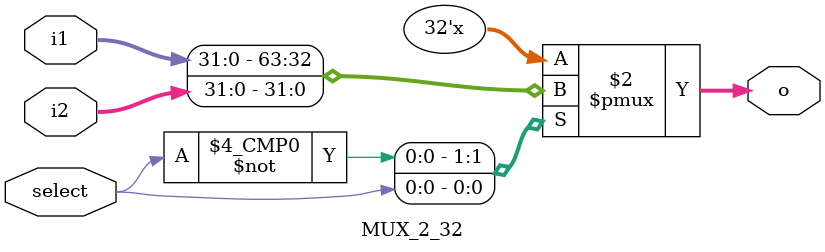
<source format=v>
`timescale 1ns / 1ps


module MUX_2_32(
    input select,
    input [31:0]i1,
    input [31:0]i2,
    output reg [31:0]o
    );
    always@(*)
        begin
        case(select)
            1'b0:  o <=  i1;
            1'b1:  o <=  i2;
        endcase
        end
endmodule

</source>
